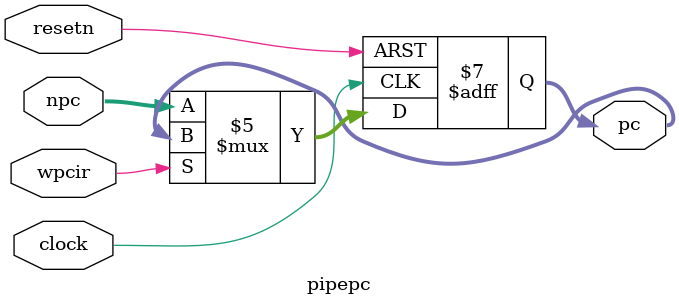
<source format=v>
module pipepc(npc, wpcir, clock, resetn, pc);
	input  [31:0] 		npc;
	input 				wpcir, clock, resetn;
	output reg [31:0]	pc;
	
	always @ (posedge clock or negedge resetn) begin
		if (~resetn) begin
			pc <= 0;
		end else begin
			if (~wpcir) begin
				pc = npc;
			end
		end
	end
endmodule

</source>
